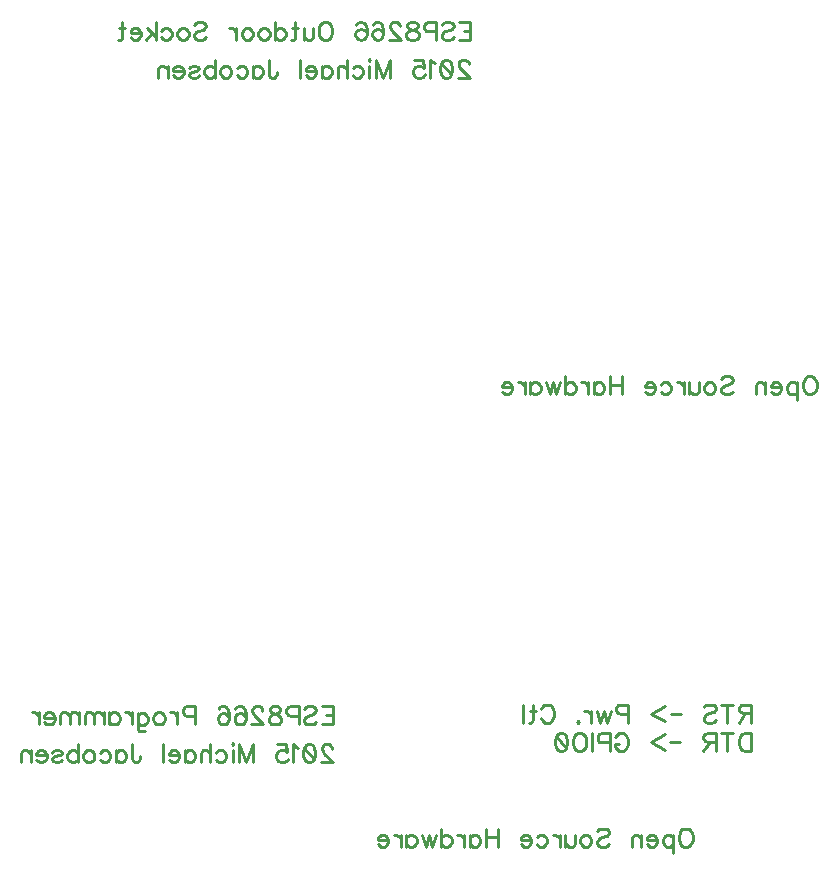
<source format=gbo>
G04 DipTrace 2.4.0.2*
%INBottomSilk.gbo*%
%MOMM*%
%ADD116C,0.235*%
%FSLAX53Y53*%
G04*
G71*
G90*
G75*
G01*
%LNBotSilk*%
%LPD*%
X70628Y78954D2*
D116*
Y79026D1*
X70556Y79173D1*
X70483Y79245D1*
X70337Y79317D1*
X70045D1*
X69901Y79245D1*
X69828Y79173D1*
X69754Y79026D1*
Y78881D1*
X69828Y78735D1*
X69973Y78517D1*
X70702Y77788D1*
X69682D1*
X68773Y79317D2*
X68992Y79245D1*
X69139Y79026D1*
X69211Y78662D1*
Y78443D1*
X69139Y78079D1*
X68992Y77860D1*
X68773Y77788D1*
X68628D1*
X68409Y77860D1*
X68264Y78079D1*
X68190Y78443D1*
Y78662D1*
X68264Y79026D1*
X68409Y79245D1*
X68628Y79317D1*
X68773D1*
X68264Y79026D2*
X69139Y78079D1*
X67720Y79026D2*
X67573Y79100D1*
X67354Y79317D1*
Y77788D1*
X66009Y79317D2*
X66737D1*
X66809Y78662D1*
X66737Y78735D1*
X66518Y78809D1*
X66301D1*
X66082Y78735D1*
X65935Y78590D1*
X65863Y78371D1*
Y78226D1*
X65935Y78007D1*
X66082Y77860D1*
X66301Y77788D1*
X66518D1*
X66737Y77860D1*
X66809Y77934D1*
X66883Y78079D1*
X62745Y77788D2*
Y79319D1*
X63328Y77788D1*
X63911Y79319D1*
Y77788D1*
X62274Y79319D2*
X62202Y79247D1*
X62128Y79319D1*
X62202Y79393D1*
X62274Y79319D1*
X62202Y78809D2*
Y77788D1*
X60781Y78590D2*
X60928Y78736D1*
X61074Y78809D1*
X61292D1*
X61438Y78736D1*
X61583Y78590D1*
X61657Y78371D1*
Y78226D1*
X61583Y78007D1*
X61438Y77862D1*
X61292Y77788D1*
X61074D1*
X60928Y77862D1*
X60781Y78007D1*
X60310Y79319D2*
Y77788D1*
Y78517D2*
X60091Y78736D1*
X59945Y78809D1*
X59726D1*
X59581Y78736D1*
X59509Y78517D1*
Y77788D1*
X58164Y78809D2*
Y77788D1*
Y78590D2*
X58309Y78736D1*
X58455Y78809D1*
X58672D1*
X58819Y78736D1*
X58964Y78590D1*
X59038Y78371D1*
Y78226D1*
X58964Y78007D1*
X58819Y77862D1*
X58672Y77788D1*
X58455D1*
X58309Y77862D1*
X58164Y78007D1*
X57693Y78371D2*
X56819D1*
Y78517D1*
X56891Y78664D1*
X56964Y78736D1*
X57110Y78809D1*
X57329D1*
X57474Y78736D1*
X57621Y78590D1*
X57693Y78371D1*
Y78226D1*
X57621Y78007D1*
X57474Y77862D1*
X57329Y77788D1*
X57110D1*
X56964Y77862D1*
X56819Y78007D1*
X56348Y79319D2*
Y77788D1*
X53667Y79319D2*
Y78153D1*
X53739Y77934D1*
X53813Y77862D1*
X53958Y77788D1*
X54105D1*
X54250Y77862D1*
X54322Y77934D1*
X54396Y78153D1*
Y78298D1*
X52322Y78809D2*
Y77788D1*
Y78590D2*
X52467Y78736D1*
X52613Y78809D1*
X52831D1*
X52977Y78736D1*
X53122Y78590D1*
X53196Y78371D1*
Y78226D1*
X53122Y78007D1*
X52977Y77862D1*
X52831Y77788D1*
X52613D1*
X52467Y77862D1*
X52322Y78007D1*
X50975Y78590D2*
X51122Y78736D1*
X51268Y78809D1*
X51486D1*
X51632Y78736D1*
X51777Y78590D1*
X51851Y78371D1*
Y78226D1*
X51777Y78007D1*
X51632Y77862D1*
X51486Y77788D1*
X51268D1*
X51122Y77862D1*
X50975Y78007D1*
X50141Y78809D2*
X50286Y78736D1*
X50432Y78590D1*
X50505Y78371D1*
Y78226D1*
X50432Y78007D1*
X50286Y77862D1*
X50141Y77788D1*
X49922D1*
X49775Y77862D1*
X49630Y78007D1*
X49556Y78226D1*
Y78371D1*
X49630Y78590D1*
X49775Y78736D1*
X49922Y78809D1*
X50141D1*
X49086Y79319D2*
Y77788D1*
Y78590D2*
X48939Y78736D1*
X48794Y78809D1*
X48575D1*
X48430Y78736D1*
X48284Y78590D1*
X48211Y78371D1*
Y78226D1*
X48284Y78007D1*
X48430Y77862D1*
X48575Y77788D1*
X48794D1*
X48939Y77862D1*
X49086Y78007D1*
X46939Y78590D2*
X47011Y78736D1*
X47230Y78809D1*
X47449D1*
X47668Y78736D1*
X47741Y78590D1*
X47668Y78445D1*
X47522Y78371D1*
X47158Y78298D1*
X47011Y78226D1*
X46939Y78079D1*
Y78007D1*
X47011Y77862D1*
X47230Y77788D1*
X47449D1*
X47668Y77862D1*
X47741Y78007D1*
X46468Y78371D2*
X45594D1*
Y78517D1*
X45666Y78664D1*
X45739Y78736D1*
X45885Y78809D1*
X46104D1*
X46249Y78736D1*
X46396Y78590D1*
X46468Y78371D1*
Y78226D1*
X46396Y78007D1*
X46249Y77862D1*
X46104Y77788D1*
X45885D1*
X45739Y77862D1*
X45594Y78007D1*
X45123Y78809D2*
Y77788D1*
Y78517D2*
X44904Y78736D1*
X44758Y78809D1*
X44541D1*
X44394Y78736D1*
X44322Y78517D1*
Y77788D1*
X69811Y82519D2*
X70758D1*
Y80988D1*
X69811D1*
X70758Y81790D2*
X70175D1*
X68320Y82300D2*
X68465Y82447D1*
X68684Y82519D1*
X68975D1*
X69194Y82447D1*
X69341Y82300D1*
Y82155D1*
X69267Y82009D1*
X69194Y81936D1*
X69049Y81864D1*
X68611Y81717D1*
X68465Y81645D1*
X68392Y81571D1*
X68320Y81426D1*
Y81207D1*
X68465Y81062D1*
X68684Y80988D1*
X68975D1*
X69194Y81062D1*
X69341Y81207D1*
X67849Y81717D2*
X67192D1*
X66975Y81790D1*
X66901Y81864D1*
X66829Y82009D1*
Y82228D1*
X66901Y82373D1*
X66975Y82447D1*
X67192Y82519D1*
X67849D1*
Y80988D1*
X65994Y82517D2*
X66211Y82445D1*
X66285Y82300D1*
Y82154D1*
X66211Y82009D1*
X66066Y81935D1*
X65775Y81862D1*
X65556Y81790D1*
X65411Y81643D1*
X65339Y81498D1*
Y81279D1*
X65411Y81134D1*
X65484Y81060D1*
X65703Y80988D1*
X65994D1*
X66211Y81060D1*
X66285Y81134D1*
X66358Y81279D1*
Y81498D1*
X66285Y81643D1*
X66139Y81790D1*
X65922Y81862D1*
X65630Y81935D1*
X65484Y82009D1*
X65411Y82154D1*
Y82300D1*
X65484Y82445D1*
X65703Y82517D1*
X65994D1*
X64794Y82154D2*
Y82226D1*
X64722Y82373D1*
X64649Y82445D1*
X64503Y82517D1*
X64211D1*
X64066Y82445D1*
X63994Y82373D1*
X63920Y82226D1*
Y82081D1*
X63994Y81935D1*
X64139Y81717D1*
X64868Y80988D1*
X63847D1*
X62502Y82300D2*
X62575Y82445D1*
X62794Y82517D1*
X62939D1*
X63158Y82445D1*
X63304Y82226D1*
X63377Y81862D1*
Y81498D1*
X63304Y81207D1*
X63158Y81060D1*
X62939Y80988D1*
X62866D1*
X62649Y81060D1*
X62502Y81207D1*
X62430Y81426D1*
Y81498D1*
X62502Y81717D1*
X62649Y81862D1*
X62866Y81935D1*
X62939D1*
X63158Y81862D1*
X63304Y81717D1*
X63377Y81498D1*
X61085Y82300D2*
X61157Y82445D1*
X61376Y82517D1*
X61521D1*
X61740Y82445D1*
X61887Y82226D1*
X61959Y81862D1*
Y81498D1*
X61887Y81207D1*
X61740Y81060D1*
X61521Y80988D1*
X61449D1*
X61232Y81060D1*
X61085Y81207D1*
X61013Y81426D1*
Y81498D1*
X61085Y81717D1*
X61232Y81862D1*
X61449Y81935D1*
X61521D1*
X61740Y81862D1*
X61887Y81717D1*
X61959Y81498D1*
X58623Y82519D2*
X58769Y82447D1*
X58914Y82300D1*
X58988Y82155D1*
X59061Y81936D1*
Y81571D1*
X58988Y81353D1*
X58914Y81207D1*
X58769Y81062D1*
X58623Y80988D1*
X58331D1*
X58186Y81062D1*
X58040Y81207D1*
X57967Y81353D1*
X57895Y81571D1*
Y81936D1*
X57967Y82155D1*
X58040Y82300D1*
X58186Y82447D1*
X58331Y82519D1*
X58623D1*
X57424Y82009D2*
Y81279D1*
X57352Y81062D1*
X57205Y80988D1*
X56986D1*
X56841Y81062D1*
X56622Y81279D1*
Y82009D2*
Y80988D1*
X55933Y82519D2*
Y81279D1*
X55860Y81062D1*
X55714Y80988D1*
X55569D1*
X56152Y82009D2*
X55641D1*
X54224Y82519D2*
Y80988D1*
Y81790D2*
X54369Y81936D1*
X54515Y82009D1*
X54734D1*
X54879Y81936D1*
X55026Y81790D1*
X55098Y81571D1*
Y81426D1*
X55026Y81207D1*
X54879Y81062D1*
X54734Y80988D1*
X54515D1*
X54369Y81062D1*
X54224Y81207D1*
X53390Y82009D2*
X53534Y81936D1*
X53681Y81790D1*
X53753Y81571D1*
Y81426D1*
X53681Y81207D1*
X53534Y81062D1*
X53390Y80988D1*
X53171D1*
X53024Y81062D1*
X52879Y81207D1*
X52805Y81426D1*
Y81571D1*
X52879Y81790D1*
X53024Y81936D1*
X53171Y82009D1*
X53390D1*
X51971D2*
X52115Y81936D1*
X52262Y81790D1*
X52334Y81571D1*
Y81426D1*
X52262Y81207D1*
X52115Y81062D1*
X51971Y80988D1*
X51752D1*
X51605Y81062D1*
X51460Y81207D1*
X51386Y81426D1*
Y81571D1*
X51460Y81790D1*
X51605Y81936D1*
X51752Y82009D1*
X51971D1*
X50915D2*
Y80988D1*
Y81571D2*
X50841Y81790D1*
X50696Y81936D1*
X50550Y82009D1*
X50331D1*
X47358Y82300D2*
X47503Y82447D1*
X47722Y82519D1*
X48013D1*
X48232Y82447D1*
X48379Y82300D1*
Y82155D1*
X48305Y82009D1*
X48232Y81936D1*
X48087Y81864D1*
X47649Y81717D1*
X47503Y81645D1*
X47430Y81571D1*
X47358Y81426D1*
Y81207D1*
X47503Y81062D1*
X47722Y80988D1*
X48013D1*
X48232Y81062D1*
X48379Y81207D1*
X46524Y82009D2*
X46668Y81936D1*
X46815Y81790D1*
X46887Y81571D1*
Y81426D1*
X46815Y81207D1*
X46668Y81062D1*
X46524Y80988D1*
X46305D1*
X46158Y81062D1*
X46013Y81207D1*
X45939Y81426D1*
Y81571D1*
X46013Y81790D1*
X46158Y81936D1*
X46305Y82009D1*
X46524D1*
X44592Y81790D2*
X44739Y81936D1*
X44886Y82009D1*
X45103D1*
X45249Y81936D1*
X45394Y81790D1*
X45468Y81571D1*
Y81426D1*
X45394Y81207D1*
X45249Y81062D1*
X45103Y80988D1*
X44886D1*
X44739Y81062D1*
X44592Y81207D1*
X44122Y82519D2*
Y80988D1*
X43392Y82009D2*
X44122Y81279D1*
X43830Y81571D2*
X43320Y80988D1*
X42849Y81571D2*
X41975D1*
Y81717D1*
X42047Y81864D1*
X42120Y81936D1*
X42266Y82009D1*
X42485D1*
X42630Y81936D1*
X42777Y81790D1*
X42849Y81571D1*
Y81426D1*
X42777Y81207D1*
X42630Y81062D1*
X42485Y80988D1*
X42266D1*
X42120Y81062D1*
X41975Y81207D1*
X41285Y82519D2*
Y81279D1*
X41213Y81062D1*
X41066Y80988D1*
X40922D1*
X41504Y82009D2*
X40994D1*
X59038Y21004D2*
Y21076D1*
X58966Y21223D1*
X58894Y21295D1*
X58747Y21368D1*
X58456D1*
X58311Y21295D1*
X58238Y21223D1*
X58164Y21076D1*
Y20931D1*
X58238Y20785D1*
X58383Y20567D1*
X59113Y19838D1*
X58092D1*
X57183Y21368D2*
X57402Y21295D1*
X57549Y21076D1*
X57621Y20712D1*
Y20493D1*
X57549Y20129D1*
X57402Y19910D1*
X57183Y19838D1*
X57038D1*
X56819Y19910D1*
X56674Y20129D1*
X56600Y20493D1*
Y20712D1*
X56674Y21076D1*
X56819Y21295D1*
X57038Y21368D1*
X57183D1*
X56674Y21076D2*
X57549Y20129D1*
X56130Y21076D2*
X55983Y21150D1*
X55764Y21368D1*
Y19838D1*
X54419Y21368D2*
X55147D1*
X55219Y20712D1*
X55147Y20785D1*
X54928Y20859D1*
X54711D1*
X54492Y20785D1*
X54345Y20640D1*
X54273Y20421D1*
Y20276D1*
X54345Y20057D1*
X54492Y19910D1*
X54711Y19838D1*
X54928D1*
X55147Y19910D1*
X55219Y19985D1*
X55293Y20129D1*
X51155Y19838D2*
Y21369D1*
X51738Y19838D1*
X52321Y21369D1*
Y19838D1*
X50684Y21369D2*
X50612Y21297D1*
X50538Y21369D1*
X50612Y21443D1*
X50684Y21369D1*
X50612Y20859D2*
Y19838D1*
X49191Y20640D2*
X49338Y20786D1*
X49484Y20859D1*
X49702D1*
X49848Y20786D1*
X49993Y20640D1*
X50067Y20421D1*
Y20276D1*
X49993Y20057D1*
X49848Y19912D1*
X49702Y19838D1*
X49484D1*
X49338Y19912D1*
X49191Y20057D1*
X48721Y21369D2*
Y19838D1*
Y20567D2*
X48502Y20786D1*
X48355Y20859D1*
X48136D1*
X47991Y20786D1*
X47919Y20567D1*
Y19838D1*
X46574Y20859D2*
Y19838D1*
Y20640D2*
X46719Y20786D1*
X46865Y20859D1*
X47082D1*
X47229Y20786D1*
X47374Y20640D1*
X47448Y20421D1*
Y20276D1*
X47374Y20057D1*
X47229Y19912D1*
X47082Y19838D1*
X46865D1*
X46719Y19912D1*
X46574Y20057D1*
X46103Y20421D2*
X45229D1*
Y20567D1*
X45301Y20714D1*
X45374Y20786D1*
X45520Y20859D1*
X45739D1*
X45884Y20786D1*
X46031Y20640D1*
X46103Y20421D1*
Y20276D1*
X46031Y20057D1*
X45884Y19912D1*
X45739Y19838D1*
X45520D1*
X45374Y19912D1*
X45229Y20057D1*
X44758Y21369D2*
Y19838D1*
X42077Y21369D2*
Y20204D1*
X42149Y19985D1*
X42223Y19912D1*
X42368Y19838D1*
X42515D1*
X42660Y19912D1*
X42732Y19985D1*
X42806Y20204D1*
Y20348D1*
X40732Y20859D2*
Y19838D1*
Y20640D2*
X40877Y20786D1*
X41023Y20859D1*
X41241D1*
X41387Y20786D1*
X41532Y20640D1*
X41606Y20421D1*
Y20276D1*
X41532Y20057D1*
X41387Y19912D1*
X41241Y19838D1*
X41023D1*
X40877Y19912D1*
X40732Y20057D1*
X39385Y20640D2*
X39532Y20786D1*
X39679Y20859D1*
X39896D1*
X40042Y20786D1*
X40187Y20640D1*
X40261Y20421D1*
Y20276D1*
X40187Y20057D1*
X40042Y19912D1*
X39896Y19838D1*
X39679D1*
X39532Y19912D1*
X39385Y20057D1*
X38551Y20859D2*
X38696Y20786D1*
X38842Y20640D1*
X38915Y20421D1*
Y20276D1*
X38842Y20057D1*
X38696Y19912D1*
X38551Y19838D1*
X38332D1*
X38185Y19912D1*
X38040Y20057D1*
X37966Y20276D1*
Y20421D1*
X38040Y20640D1*
X38185Y20786D1*
X38332Y20859D1*
X38551D1*
X37496Y21369D2*
Y19838D1*
Y20640D2*
X37349Y20786D1*
X37204Y20859D1*
X36985D1*
X36840Y20786D1*
X36694Y20640D1*
X36621Y20421D1*
Y20276D1*
X36694Y20057D1*
X36840Y19912D1*
X36985Y19838D1*
X37204D1*
X37349Y19912D1*
X37496Y20057D1*
X35349Y20640D2*
X35421Y20786D1*
X35640Y20859D1*
X35859D1*
X36078Y20786D1*
X36151Y20640D1*
X36078Y20495D1*
X35932Y20421D1*
X35568Y20348D1*
X35421Y20276D1*
X35349Y20129D1*
Y20057D1*
X35421Y19912D1*
X35640Y19838D1*
X35859D1*
X36078Y19912D1*
X36151Y20057D1*
X34878Y20421D2*
X34004D1*
Y20567D1*
X34077Y20714D1*
X34149Y20786D1*
X34296Y20859D1*
X34515D1*
X34659Y20786D1*
X34806Y20640D1*
X34878Y20421D1*
Y20276D1*
X34806Y20057D1*
X34659Y19912D1*
X34515Y19838D1*
X34296D1*
X34149Y19912D1*
X34004Y20057D1*
X33533Y20859D2*
Y19838D1*
Y20567D2*
X33314Y20786D1*
X33168Y20859D1*
X32951D1*
X32804Y20786D1*
X32732Y20567D1*
Y19838D1*
X58161Y24569D2*
X59108D1*
Y23038D1*
X58161D1*
X59108Y23840D2*
X58525D1*
X56670Y24350D2*
X56815Y24497D1*
X57034Y24569D1*
X57325D1*
X57544Y24497D1*
X57691Y24350D1*
Y24205D1*
X57617Y24059D1*
X57544Y23986D1*
X57399Y23914D1*
X56961Y23767D1*
X56815Y23695D1*
X56742Y23621D1*
X56670Y23476D1*
Y23257D1*
X56815Y23112D1*
X57034Y23038D1*
X57325D1*
X57544Y23112D1*
X57691Y23257D1*
X56199Y23767D2*
X55542D1*
X55325Y23840D1*
X55251Y23914D1*
X55178Y24059D1*
Y24278D1*
X55251Y24423D1*
X55325Y24497D1*
X55542Y24569D1*
X56199D1*
Y23038D1*
X54344Y24568D2*
X54561Y24495D1*
X54635Y24350D1*
Y24204D1*
X54561Y24059D1*
X54416Y23985D1*
X54125Y23912D1*
X53906Y23840D1*
X53761Y23693D1*
X53689Y23548D1*
Y23329D1*
X53761Y23185D1*
X53833Y23110D1*
X54052Y23038D1*
X54344D1*
X54561Y23110D1*
X54635Y23185D1*
X54708Y23329D1*
Y23548D1*
X54635Y23693D1*
X54489Y23840D1*
X54271Y23912D1*
X53980Y23985D1*
X53833Y24059D1*
X53761Y24204D1*
Y24350D1*
X53833Y24495D1*
X54052Y24568D1*
X54344D1*
X53144Y24204D2*
Y24276D1*
X53071Y24423D1*
X52999Y24495D1*
X52852Y24568D1*
X52561D1*
X52416Y24495D1*
X52344Y24423D1*
X52269Y24276D1*
Y24131D1*
X52344Y23985D1*
X52488Y23767D1*
X53218Y23038D1*
X52197D1*
X50852Y24350D2*
X50925Y24495D1*
X51144Y24568D1*
X51288D1*
X51507Y24495D1*
X51654Y24276D1*
X51726Y23912D1*
Y23548D1*
X51654Y23257D1*
X51507Y23110D1*
X51288Y23038D1*
X51216D1*
X50999Y23110D1*
X50852Y23257D1*
X50780Y23476D1*
Y23548D1*
X50852Y23767D1*
X50999Y23912D1*
X51216Y23985D1*
X51288D1*
X51507Y23912D1*
X51654Y23767D1*
X51726Y23548D1*
X49435Y24350D2*
X49507Y24495D1*
X49726Y24568D1*
X49871D1*
X50090Y24495D1*
X50237Y24276D1*
X50309Y23912D1*
Y23548D1*
X50237Y23257D1*
X50090Y23110D1*
X49871Y23038D1*
X49799D1*
X49581Y23110D1*
X49435Y23257D1*
X49362Y23476D1*
Y23548D1*
X49435Y23767D1*
X49581Y23912D1*
X49799Y23985D1*
X49871D1*
X50090Y23912D1*
X50237Y23767D1*
X50309Y23548D1*
X47410Y23767D2*
X46753D1*
X46536Y23840D1*
X46462Y23914D1*
X46390Y24059D1*
Y24278D1*
X46462Y24423D1*
X46536Y24497D1*
X46753Y24569D1*
X47410D1*
Y23038D1*
X45919Y24059D2*
Y23038D1*
Y23621D2*
X45845Y23840D1*
X45700Y23986D1*
X45553Y24059D1*
X45334D1*
X44500D2*
X44645Y23986D1*
X44791Y23840D1*
X44864Y23621D1*
Y23476D1*
X44791Y23257D1*
X44645Y23112D1*
X44500Y23038D1*
X44281D1*
X44134Y23112D1*
X43990Y23257D1*
X43915Y23476D1*
Y23621D1*
X43990Y23840D1*
X44134Y23986D1*
X44281Y24059D1*
X44500D1*
X42570Y23986D2*
Y22819D1*
X42643Y22602D1*
X42715Y22528D1*
X42862Y22455D1*
X43081D1*
X43226Y22528D1*
X42570Y23767D2*
X42715Y23912D1*
X42862Y23986D1*
X43081D1*
X43226Y23912D1*
X43372Y23767D1*
X43445Y23548D1*
Y23402D1*
X43372Y23185D1*
X43226Y23038D1*
X43081Y22966D1*
X42862D1*
X42715Y23038D1*
X42570Y23185D1*
X42100Y24059D2*
Y23038D1*
Y23621D2*
X42026Y23840D1*
X41881Y23986D1*
X41734Y24059D1*
X41515D1*
X40170D2*
Y23038D1*
Y23840D2*
X40315Y23986D1*
X40462Y24059D1*
X40679D1*
X40826Y23986D1*
X40971Y23840D1*
X41045Y23621D1*
Y23476D1*
X40971Y23257D1*
X40826Y23112D1*
X40679Y23038D1*
X40462D1*
X40315Y23112D1*
X40170Y23257D1*
X39700Y24059D2*
Y23038D1*
Y23767D2*
X39481Y23986D1*
X39334Y24059D1*
X39117D1*
X38970Y23986D1*
X38898Y23767D1*
Y23038D1*
Y23767D2*
X38679Y23986D1*
X38532Y24059D1*
X38315D1*
X38169Y23986D1*
X38094Y23767D1*
Y23038D1*
X37624Y24059D2*
Y23038D1*
Y23767D2*
X37405Y23986D1*
X37258Y24059D1*
X37041D1*
X36894Y23986D1*
X36822Y23767D1*
Y23038D1*
Y23767D2*
X36603Y23986D1*
X36456Y24059D1*
X36239D1*
X36092Y23986D1*
X36018Y23767D1*
Y23038D1*
X35548Y23621D2*
X34673D1*
Y23767D1*
X34746Y23914D1*
X34818Y23986D1*
X34965Y24059D1*
X35184D1*
X35329Y23986D1*
X35475Y23840D1*
X35548Y23621D1*
Y23476D1*
X35475Y23257D1*
X35329Y23112D1*
X35184Y23038D1*
X34965D1*
X34818Y23112D1*
X34673Y23257D1*
X34203Y24059D2*
Y23038D1*
Y23621D2*
X34129Y23840D1*
X33984Y23986D1*
X33837Y24059D1*
X33618D1*
X94507Y23990D2*
X93851D1*
X93632Y24064D1*
X93558Y24136D1*
X93486Y24281D1*
Y24428D1*
X93558Y24573D1*
X93632Y24647D1*
X93851Y24719D1*
X94507D1*
Y23188D1*
X93996Y23990D2*
X93486Y23188D1*
X92505Y24719D2*
Y23188D1*
X93015Y24719D2*
X91994D1*
X90503Y24500D2*
X90648Y24647D1*
X90867Y24719D1*
X91158D1*
X91377Y24647D1*
X91524Y24500D1*
Y24355D1*
X91450Y24209D1*
X91377Y24136D1*
X91232Y24064D1*
X90794Y23917D1*
X90648Y23845D1*
X90575Y23771D1*
X90503Y23626D1*
Y23407D1*
X90648Y23262D1*
X90867Y23188D1*
X91158D1*
X91377Y23262D1*
X91524Y23407D1*
X88551Y23953D2*
X87709D1*
X87238Y24609D2*
X86072Y23952D1*
X87238Y23297D1*
X84120Y23917D2*
X83463D1*
X83246Y23990D1*
X83172Y24064D1*
X83100Y24209D1*
Y24428D1*
X83172Y24573D1*
X83246Y24647D1*
X83463Y24719D1*
X84120D1*
Y23188D1*
X82629Y24209D2*
X82338Y23188D1*
X82046Y24209D1*
X81755Y23188D1*
X81463Y24209D1*
X80993D2*
Y23188D1*
Y23771D2*
X80918Y23990D1*
X80774Y24136D1*
X80627Y24209D1*
X80408D1*
X79865Y23334D2*
X79937Y23260D1*
X79865Y23188D1*
X79791Y23260D1*
X79865Y23334D1*
X76746Y24355D2*
X76818Y24500D1*
X76965Y24647D1*
X77110Y24719D1*
X77401D1*
X77548Y24647D1*
X77692Y24500D1*
X77767Y24355D1*
X77839Y24136D1*
Y23771D1*
X77767Y23553D1*
X77692Y23407D1*
X77548Y23262D1*
X77401Y23188D1*
X77110D1*
X76965Y23262D1*
X76818Y23407D1*
X76746Y23553D1*
X76056Y24719D2*
Y23479D1*
X75984Y23262D1*
X75837Y23188D1*
X75692D1*
X76275Y24209D2*
X75765D1*
X75222Y24719D2*
Y23188D1*
X94491Y22319D2*
Y20788D1*
X93981D1*
X93762Y20862D1*
X93615Y21007D1*
X93543Y21153D1*
X93470Y21371D1*
Y21736D1*
X93543Y21955D1*
X93615Y22100D1*
X93762Y22247D1*
X93981Y22319D1*
X94491D1*
X92489D2*
Y20788D1*
X93000Y22319D2*
X91979D1*
X91508Y21590D2*
X90853D1*
X90634Y21664D1*
X90560Y21736D1*
X90487Y21881D1*
Y22028D1*
X90560Y22173D1*
X90634Y22247D1*
X90853Y22319D1*
X91508D1*
Y20788D1*
X90998Y21590D2*
X90487Y20788D1*
X88535Y21553D2*
X87693D1*
X87222Y22209D2*
X86057Y21552D1*
X87222Y20897D1*
X83011Y21955D2*
X83084Y22100D1*
X83230Y22247D1*
X83375Y22319D1*
X83667D1*
X83813Y22247D1*
X83958Y22100D1*
X84032Y21955D1*
X84105Y21736D1*
Y21371D1*
X84032Y21153D1*
X83958Y21007D1*
X83813Y20862D1*
X83667Y20788D1*
X83375D1*
X83230Y20862D1*
X83084Y21007D1*
X83011Y21153D1*
Y21371D1*
X83375D1*
X82541Y21517D2*
X81884D1*
X81667Y21590D1*
X81592Y21664D1*
X81520Y21809D1*
Y22028D1*
X81592Y22173D1*
X81667Y22247D1*
X81884Y22319D1*
X82541D1*
Y20788D1*
X81049Y22319D2*
Y20788D1*
X80141Y22319D2*
X80287Y22247D1*
X80432Y22100D1*
X80506Y21955D1*
X80579Y21736D1*
Y21371D1*
X80506Y21153D1*
X80432Y21007D1*
X80287Y20862D1*
X80141Y20788D1*
X79849D1*
X79704Y20862D1*
X79558Y21007D1*
X79485Y21153D1*
X79413Y21371D1*
Y21736D1*
X79485Y21955D1*
X79558Y22100D1*
X79704Y22247D1*
X79849Y22319D1*
X80141D1*
X78504Y22317D2*
X78723Y22245D1*
X78870Y22026D1*
X78942Y21662D1*
Y21443D1*
X78870Y21079D1*
X78723Y20860D1*
X78504Y20788D1*
X78360D1*
X78141Y20860D1*
X77996Y21079D1*
X77922Y21443D1*
Y21662D1*
X77996Y22026D1*
X78141Y22245D1*
X78360Y22317D1*
X78504D1*
X77996Y22026D2*
X78870Y21079D1*
X89123Y14219D2*
X89270Y14147D1*
X89415Y14000D1*
X89489Y13855D1*
X89561Y13636D1*
Y13271D1*
X89489Y13053D1*
X89415Y12907D1*
X89270Y12762D1*
X89123Y12688D1*
X88832D1*
X88687Y12762D1*
X88540Y12907D1*
X88468Y13053D1*
X88396Y13271D1*
Y13636D1*
X88468Y13855D1*
X88540Y14000D1*
X88687Y14147D1*
X88832Y14219D1*
X89123D1*
X87925Y13709D2*
Y12177D1*
Y13490D2*
X87778Y13635D1*
X87634Y13709D1*
X87415D1*
X87268Y13635D1*
X87123Y13490D1*
X87049Y13271D1*
Y13124D1*
X87123Y12907D1*
X87268Y12760D1*
X87415Y12688D1*
X87634D1*
X87778Y12760D1*
X87925Y12907D1*
X86578Y13271D2*
X85704D1*
Y13417D1*
X85777Y13564D1*
X85849Y13636D1*
X85996Y13709D1*
X86215D1*
X86359Y13636D1*
X86506Y13490D1*
X86578Y13271D1*
Y13126D1*
X86506Y12907D1*
X86359Y12762D1*
X86215Y12688D1*
X85996D1*
X85849Y12762D1*
X85704Y12907D1*
X85233Y13709D2*
Y12688D1*
Y13417D2*
X85014Y13636D1*
X84868Y13709D1*
X84651D1*
X84504Y13636D1*
X84432Y13417D1*
Y12688D1*
X81459Y14000D2*
X81604Y14147D1*
X81823Y14219D1*
X82114D1*
X82333Y14147D1*
X82480Y14000D1*
Y13855D1*
X82406Y13709D1*
X82333Y13636D1*
X82188Y13564D1*
X81750Y13417D1*
X81604Y13345D1*
X81531Y13271D1*
X81459Y13126D1*
Y12907D1*
X81604Y12762D1*
X81823Y12688D1*
X82114D1*
X82333Y12762D1*
X82480Y12907D1*
X80624Y13709D2*
X80769Y13636D1*
X80916Y13490D1*
X80988Y13271D1*
Y13126D1*
X80916Y12907D1*
X80769Y12762D1*
X80624Y12688D1*
X80405D1*
X80259Y12762D1*
X80114Y12907D1*
X80040Y13126D1*
Y13271D1*
X80114Y13490D1*
X80259Y13636D1*
X80405Y13709D1*
X80624D1*
X79569D2*
Y12979D1*
X79497Y12762D1*
X79350Y12688D1*
X79131D1*
X78986Y12762D1*
X78767Y12979D1*
Y13709D2*
Y12688D1*
X78297Y13709D2*
Y12688D1*
Y13271D2*
X78223Y13490D1*
X78078Y13636D1*
X77931Y13709D1*
X77712D1*
X76366Y13490D2*
X76512Y13636D1*
X76659Y13709D1*
X76876D1*
X77023Y13636D1*
X77167Y13490D1*
X77242Y13271D1*
Y13126D1*
X77167Y12907D1*
X77023Y12762D1*
X76876Y12688D1*
X76659D1*
X76512Y12762D1*
X76366Y12907D1*
X75895Y13271D2*
X75021D1*
Y13417D1*
X75093Y13564D1*
X75166Y13636D1*
X75312Y13709D1*
X75531D1*
X75676Y13636D1*
X75823Y13490D1*
X75895Y13271D1*
Y13126D1*
X75823Y12907D1*
X75676Y12762D1*
X75531Y12688D1*
X75312D1*
X75166Y12762D1*
X75021Y12907D1*
X73069Y14219D2*
Y12688D1*
X72048Y14219D2*
Y12688D1*
X73069Y13490D2*
X72048D1*
X70703Y13709D2*
Y12688D1*
Y13490D2*
X70848Y13636D1*
X70994Y13709D1*
X71212D1*
X71358Y13636D1*
X71503Y13490D1*
X71577Y13271D1*
Y13126D1*
X71503Y12907D1*
X71358Y12762D1*
X71212Y12688D1*
X70994D1*
X70848Y12762D1*
X70703Y12907D1*
X70232Y13709D2*
Y12688D1*
Y13271D2*
X70158Y13490D1*
X70013Y13636D1*
X69867Y13709D1*
X69648D1*
X68303Y14219D2*
Y12688D1*
Y13490D2*
X68448Y13636D1*
X68594Y13709D1*
X68813D1*
X68958Y13636D1*
X69105Y13490D1*
X69177Y13271D1*
Y13126D1*
X69105Y12907D1*
X68958Y12762D1*
X68813Y12688D1*
X68594D1*
X68448Y12762D1*
X68303Y12907D1*
X67832Y13709D2*
X67541Y12688D1*
X67249Y13709D1*
X66958Y12688D1*
X66667Y13709D1*
X65322D2*
Y12688D1*
Y13490D2*
X65467Y13636D1*
X65613Y13709D1*
X65830D1*
X65977Y13636D1*
X66122Y13490D1*
X66196Y13271D1*
Y13126D1*
X66122Y12907D1*
X65977Y12762D1*
X65830Y12688D1*
X65613D1*
X65467Y12762D1*
X65322Y12907D1*
X64851Y13709D2*
Y12688D1*
Y13271D2*
X64777Y13490D1*
X64632Y13636D1*
X64485Y13709D1*
X64266D1*
X63796Y13271D2*
X62922D1*
Y13417D1*
X62994Y13564D1*
X63066Y13636D1*
X63213Y13709D1*
X63432D1*
X63577Y13636D1*
X63723Y13490D1*
X63796Y13271D1*
Y13126D1*
X63723Y12907D1*
X63577Y12762D1*
X63432Y12688D1*
X63213D1*
X63066Y12762D1*
X62922Y12907D1*
X99623Y52519D2*
X99770Y52447D1*
X99915Y52300D1*
X99989Y52155D1*
X100061Y51936D1*
Y51571D1*
X99989Y51353D1*
X99915Y51207D1*
X99770Y51062D1*
X99623Y50988D1*
X99332D1*
X99187Y51062D1*
X99040Y51207D1*
X98968Y51353D1*
X98896Y51571D1*
Y51936D1*
X98968Y52155D1*
X99040Y52300D1*
X99187Y52447D1*
X99332Y52519D1*
X99623D1*
X98425Y52009D2*
Y50477D1*
Y51790D2*
X98278Y51935D1*
X98134Y52009D1*
X97915D1*
X97768Y51935D1*
X97623Y51790D1*
X97549Y51571D1*
Y51424D1*
X97623Y51207D1*
X97768Y51060D1*
X97915Y50988D1*
X98134D1*
X98278Y51060D1*
X98425Y51207D1*
X97078Y51571D2*
X96204D1*
Y51717D1*
X96277Y51864D1*
X96349Y51936D1*
X96496Y52009D1*
X96715D1*
X96859Y51936D1*
X97006Y51790D1*
X97078Y51571D1*
Y51426D1*
X97006Y51207D1*
X96859Y51062D1*
X96715Y50988D1*
X96496D1*
X96349Y51062D1*
X96204Y51207D1*
X95733Y52009D2*
Y50988D1*
Y51717D2*
X95514Y51936D1*
X95368Y52009D1*
X95151D1*
X95004Y51936D1*
X94932Y51717D1*
Y50988D1*
X91959Y52300D2*
X92104Y52447D1*
X92323Y52519D1*
X92614D1*
X92833Y52447D1*
X92980Y52300D1*
Y52155D1*
X92906Y52009D1*
X92833Y51936D1*
X92688Y51864D1*
X92250Y51717D1*
X92104Y51645D1*
X92031Y51571D1*
X91959Y51426D1*
Y51207D1*
X92104Y51062D1*
X92323Y50988D1*
X92614D1*
X92833Y51062D1*
X92980Y51207D1*
X91124Y52009D2*
X91269Y51936D1*
X91416Y51790D1*
X91488Y51571D1*
Y51426D1*
X91416Y51207D1*
X91269Y51062D1*
X91124Y50988D1*
X90905D1*
X90759Y51062D1*
X90614Y51207D1*
X90540Y51426D1*
Y51571D1*
X90614Y51790D1*
X90759Y51936D1*
X90905Y52009D1*
X91124D1*
X90069D2*
Y51279D1*
X89997Y51062D1*
X89850Y50988D1*
X89631D1*
X89486Y51062D1*
X89267Y51279D1*
Y52009D2*
Y50988D1*
X88797Y52009D2*
Y50988D1*
Y51571D2*
X88723Y51790D1*
X88578Y51936D1*
X88431Y52009D1*
X88212D1*
X86866Y51790D2*
X87012Y51936D1*
X87159Y52009D1*
X87376D1*
X87523Y51936D1*
X87667Y51790D1*
X87742Y51571D1*
Y51426D1*
X87667Y51207D1*
X87523Y51062D1*
X87376Y50988D1*
X87159D1*
X87012Y51062D1*
X86866Y51207D1*
X86395Y51571D2*
X85521D1*
Y51717D1*
X85593Y51864D1*
X85666Y51936D1*
X85812Y52009D1*
X86031D1*
X86176Y51936D1*
X86323Y51790D1*
X86395Y51571D1*
Y51426D1*
X86323Y51207D1*
X86176Y51062D1*
X86031Y50988D1*
X85812D1*
X85666Y51062D1*
X85521Y51207D1*
X83569Y52519D2*
Y50988D1*
X82548Y52519D2*
Y50988D1*
X83569Y51790D2*
X82548D1*
X81203Y52009D2*
Y50988D1*
Y51790D2*
X81348Y51936D1*
X81494Y52009D1*
X81712D1*
X81858Y51936D1*
X82003Y51790D1*
X82077Y51571D1*
Y51426D1*
X82003Y51207D1*
X81858Y51062D1*
X81712Y50988D1*
X81494D1*
X81348Y51062D1*
X81203Y51207D1*
X80732Y52009D2*
Y50988D1*
Y51571D2*
X80658Y51790D1*
X80513Y51936D1*
X80367Y52009D1*
X80148D1*
X78803Y52519D2*
Y50988D1*
Y51790D2*
X78948Y51936D1*
X79094Y52009D1*
X79313D1*
X79458Y51936D1*
X79605Y51790D1*
X79677Y51571D1*
Y51426D1*
X79605Y51207D1*
X79458Y51062D1*
X79313Y50988D1*
X79094D1*
X78948Y51062D1*
X78803Y51207D1*
X78332Y52009D2*
X78041Y50988D1*
X77749Y52009D1*
X77458Y50988D1*
X77167Y52009D1*
X75822D2*
Y50988D1*
Y51790D2*
X75967Y51936D1*
X76113Y52009D1*
X76330D1*
X76477Y51936D1*
X76622Y51790D1*
X76696Y51571D1*
Y51426D1*
X76622Y51207D1*
X76477Y51062D1*
X76330Y50988D1*
X76113D1*
X75967Y51062D1*
X75822Y51207D1*
X75351Y52009D2*
Y50988D1*
Y51571D2*
X75277Y51790D1*
X75132Y51936D1*
X74985Y52009D1*
X74766D1*
X74296Y51571D2*
X73422D1*
Y51717D1*
X73494Y51864D1*
X73566Y51936D1*
X73713Y52009D1*
X73932D1*
X74077Y51936D1*
X74223Y51790D1*
X74296Y51571D1*
Y51426D1*
X74223Y51207D1*
X74077Y51062D1*
X73932Y50988D1*
X73713D1*
X73566Y51062D1*
X73422Y51207D1*
M02*

</source>
